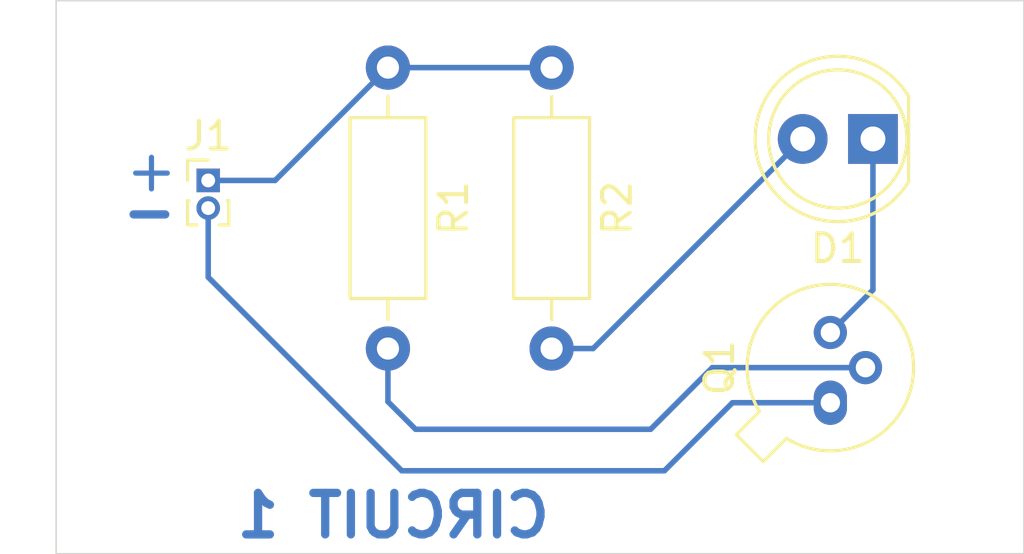
<source format=kicad_pcb>
(kicad_pcb (version 20241229) (generator "pcbnew") (generator_version "9.0")
  (layers (0 "F.Cu" signal) (2 "B.Cu" signal) (13 "F.Paste" user) (15 "B.Paste" user) (5 "F.SilkS" user "F.Silkscreen") (7 "B.SilkS" user "B.Silkscreen") (1 "F.Mask" user) (3 "B.Mask" user) (25 "Edge.Cuts" user))
  (net 0 "")
  (net 1 "Net-(D1-A)")
  (net 2 "Net-(D1-K)")
  (net 3 "Net-(J1-Pin_1)")
  (net 4 "Net-(J1-Pin_2)")
  (net 5 "Net-(Q1-B)")
  (footprint "Resistor_THT:R_Axial_DIN0207_L6.3mm_D2.5mm_P10.16mm_Horizontal" (layer "F.Cu") (at 114.42 60.92 -90)
    (property "Reference" "R2" (at 5.08 -2.37 90) (layer "F.SilkS"))
    (property "Value" "R_Small_US")
    (fp_line (start 1.04 0) (end 1.81 0) (stroke (width 0.12)) (layer "F.SilkS"))
    (fp_line (start 9.12 0) (end 8.35 0) (stroke (width 0.12)) (layer "F.SilkS"))
    (fp_rect (start 1.81 -1.37) (end 8.35 1.37) (stroke (width 0.12)) (fill no) (layer "F.SilkS"))
    (pad "1" thru_hole circle (at 0 0 270) (size 1.6 1.6) (drill 0.8) (layers "*.Cu" "*.Mask") (net 3 "Net-(J1-Pin_1)"))
    (pad "2" thru_hole circle (at 10.16 0 270) (size 1.6 1.6) (drill 0.8) (layers "*.Cu" "*.Mask") (net 1 "Net-(D1-A)"))
  )
  (footprint "Connector_PinHeader_1.00mm:PinHeader_1x02_P1.00mm_Vertical" (layer "F.Cu") (at 102 65)
    (property "Reference" "J1" (at 0 -1.61 0) (layer "F.SilkS"))
    (property "Value" "Conn_01x02_Socket")
    (fp_line (start -0.745 -0.735) (end 0 -0.735) (stroke (width 0.12)) (layer "F.SilkS"))
    (fp_line (start -0.745 0) (end -0.745 -0.735) (stroke (width 0.12)) (layer "F.SilkS"))
    (fp_line (start -0.745 0.735) (end -0.745 1.61) (stroke (width 0.12)) (layer "F.SilkS"))
    (fp_line (start -0.745 0.735) (end -0.685565 0.735) (stroke (width 0.12)) (layer "F.SilkS"))
    (fp_line (start -0.745 1.61) (end -0.41003 1.61) (stroke (width 0.12)) (layer "F.SilkS"))
    (fp_line (start 0.41003 1.61) (end 0.745 1.61) (stroke (width 0.12)) (layer "F.SilkS"))
    (fp_line (start 0.685565 0.735) (end 0.745 0.735) (stroke (width 0.12)) (layer "F.SilkS"))
    (fp_line (start 0.745 0.735) (end 0.745 1.61) (stroke (width 0.12)) (layer "F.SilkS"))
    (pad "1" thru_hole rect (at 0 0) (size 0.85 0.85) (drill 0.5) (layers "*.Cu" "*.Mask") (net 3 "Net-(J1-Pin_1)"))
    (pad "2" thru_hole circle (at 0 1) (size 0.85 0.85) (drill 0.5) (layers "*.Cu" "*.Mask") (net 4 "Net-(J1-Pin_2)"))
  )
  (footprint "Package_TO_SOT_THT:TO-18-3" (layer "F.Cu") (at 124.5 73.04 90)
    (property "Reference" "Q1" (at 1.27 -4.01 90) (layer "F.SilkS"))
    (property "Value" "BC108")
    (fp_line (start -1.154301 -3.400108) (end -2.130108 -2.424301) (stroke (width 0.12)) (layer "F.SilkS"))
    (fp_line (start -0.313811 -2.559618) (end -1.154301 -3.400108) (stroke (width 0.12)) (layer "F.SilkS"))
    (fp_line (start -2.130108 -2.424301) (end -1.289618 -1.583811) (stroke (width 0.12)) (layer "F.SilkS"))
    (fp_arc (start -0.313811 -2.559618) (mid 3.398391 2.128391) (end -1.289618 -1.583811) (stroke (width 0.12)) (layer "F.SilkS"))
    (pad "1" thru_hole oval (at 0 0 90) (size 1.6 1.2) (drill 0.7) (layers "*.Cu" "*.Mask") (net 4 "Net-(J1-Pin_2)"))
    (pad "2" thru_hole circle (at 1.27 1.27 90) (size 1.2 1.2) (drill 0.7) (layers "*.Cu" "*.Mask") (net 5 "Net-(Q1-B)"))
    (pad "3" thru_hole circle (at 2.54 0 90) (size 1.2 1.2) (drill 0.7) (layers "*.Cu" "*.Mask") (net 2 "Net-(D1-K)"))
  )
  (footprint "Resistor_THT:R_Axial_DIN0207_L6.3mm_D2.5mm_P10.16mm_Horizontal" (layer "F.Cu") (at 108.5 60.92 -90)
    (property "Reference" "R1" (at 5.08 -2.37 90) (layer "F.SilkS"))
    (property "Value" "R_Small_US")
    (fp_line (start 1.04 0) (end 1.81 0) (stroke (width 0.12)) (layer "F.SilkS"))
    (fp_line (start 9.12 0) (end 8.35 0) (stroke (width 0.12)) (layer "F.SilkS"))
    (fp_rect (start 1.81 -1.37) (end 8.35 1.37) (stroke (width 0.12)) (fill no) (layer "F.SilkS"))
    (pad "1" thru_hole circle (at 0 0 270) (size 1.6 1.6) (drill 0.8) (layers "*.Cu" "*.Mask") (net 3 "Net-(J1-Pin_1)"))
    (pad "2" thru_hole circle (at 10.16 0 270) (size 1.6 1.6) (drill 0.8) (layers "*.Cu" "*.Mask") (net 5 "Net-(Q1-B)"))
  )
  (footprint "LED_THT:LED_D5.0mm" (layer "F.Cu") (at 126.04 63.5 180)
    (property "Reference" "D1" (at 1.27 -3.96 0) (layer "F.SilkS"))
    (property "Value" "LED")
    (fp_line (start -1.29 -1.545) (end -1.29 1.545) (stroke (width 0.12)) (layer "F.SilkS"))
    (fp_arc (start 4.26 0) (mid 2.071779 2.880495) (end -1.29 1.54483) (stroke (width 0.12)) (layer "F.SilkS"))
    (fp_arc (start -1.29 -1.54483) (mid 2.071779 -2.880495) (end 4.26 0) (stroke (width 0.12)) (layer "F.SilkS"))
    (fp_circle (center 1.27 0) (end 3.77 0) (stroke (width 0.12)) (fill no) (layer "F.SilkS"))
    (pad "1" thru_hole rect (at 0 0 180) (size 1.8 1.8) (drill 0.9) (layers "*.Cu" "*.Mask") (net 2 "Net-(D1-K)"))
    (pad "2" thru_hole circle (at 2.54 0 180) (size 1.8 1.8) (drill 0.9) (layers "*.Cu" "*.Mask") (net 1 "Net-(D1-A)"))
  )
  (gr_rect (start 96.5 58.5) (end 131.5 78.5) (stroke (width 0.05)) (fill no) (layer "Edge.Cuts"))
  (gr_text "+\n" (at 101 65.5 0) (layer "B.Cu") (effects (font (size 1.5 1.5) (thickness 0.1875)) (justify left bottom mirror)))
  (gr_text "-\n" (at 101 67 0) (layer "B.Cu") (effects (font (size 1.5 1.5) (thickness 0.3) (bold yes)) (justify left bottom mirror)))
  (gr_text "CIRCUIT 1" (at 114.5 78 0) (layer "B.Cu") (effects (font (size 1.5 1.5) (thickness 0.3) (bold yes)) (justify left bottom mirror)))
  (segment (start 114.42 71.08) (end 115.92 71.08) (width 0.2) (layer "B.Cu") (net 1))
  (segment (start 115.92 71.08) (end 123.5 63.5) (width 0.2) (layer "B.Cu") (net 1))
  (segment (start 126.04 68.96) (end 124.5 70.5) (width 0.2) (layer "B.Cu") (net 2))
  (segment (start 126.04 63.5) (end 126.04 68.96) (width 0.2) (layer "B.Cu") (net 2))
  (segment (start 104.42 65) (end 108.5 60.92) (width 0.2) (layer "B.Cu") (net 3))
  (segment (start 114.42 60.92) (end 108.5 60.92) (width 0.2) (layer "B.Cu") (net 3))
  (segment (start 102 65) (end 104.42 65) (width 0.2) (layer "B.Cu") (net 3))
  (segment (start 102 66) (end 102 68.5) (width 0.2) (layer "B.Cu") (net 4))
  (segment (start 120.96 73.04) (end 118.5 75.5) (width 0.2) (layer "B.Cu") (net 4))
  (segment (start 118.5 75.5) (end 109 75.5) (width 0.2) (layer "B.Cu") (net 4))
  (segment (start 109 75.5) (end 102 68.5) (width 0.2) (layer "B.Cu") (net 4))
  (segment (start 124.5 73.04) (end 120.96 73.04) (width 0.2) (layer "B.Cu") (net 4))
  (segment (start 109.5 74) (end 118 74) (width 0.2) (layer "B.Cu") (net 5))
  (segment (start 108.5 71.08) (end 108.5 73) (width 0.2) (layer "B.Cu") (net 5))
  (segment (start 118 74) (end 120.23 71.77) (width 0.2) (layer "B.Cu") (net 5))
  (segment (start 108.5 73) (end 109.5 74) (width 0.2) (layer "B.Cu") (net 5))
  (segment (start 120.23 71.77) (end 125.77 71.77) (width 0.2) (layer "B.Cu") (net 5))
)
</source>
